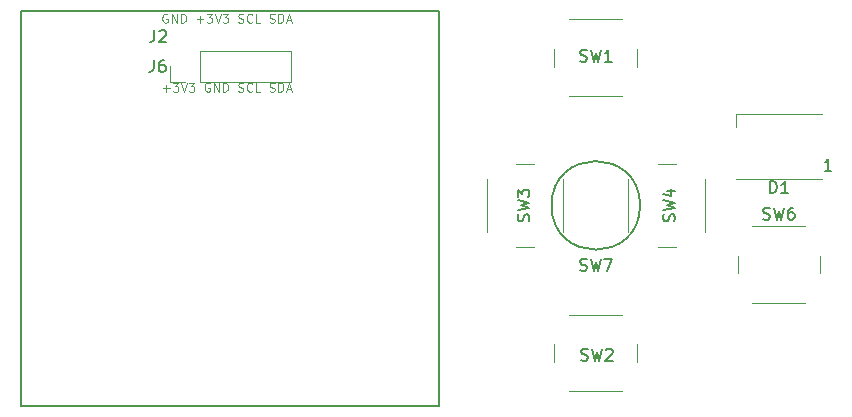
<source format=gbr>
G04 #@! TF.GenerationSoftware,KiCad,Pcbnew,(5.1.5)-3*
G04 #@! TF.CreationDate,2020-02-27T20:47:59-05:00*
G04 #@! TF.ProjectId,V-Naught_Display,562d4e61-7567-4687-945f-446973706c61,rev?*
G04 #@! TF.SameCoordinates,Original*
G04 #@! TF.FileFunction,Legend,Top*
G04 #@! TF.FilePolarity,Positive*
%FSLAX46Y46*%
G04 Gerber Fmt 4.6, Leading zero omitted, Abs format (unit mm)*
G04 Created by KiCad (PCBNEW (5.1.5)-3) date 2020-02-27 20:47:59*
%MOMM*%
%LPD*%
G04 APERTURE LIST*
%ADD10C,0.100000*%
%ADD11C,0.120000*%
%ADD12C,0.150000*%
G04 APERTURE END LIST*
D10*
X107759285Y-57243571D02*
X108330714Y-57243571D01*
X108045000Y-57529285D02*
X108045000Y-56957857D01*
X108616428Y-56779285D02*
X109080714Y-56779285D01*
X108830714Y-57065000D01*
X108937857Y-57065000D01*
X109009285Y-57100714D01*
X109045000Y-57136428D01*
X109080714Y-57207857D01*
X109080714Y-57386428D01*
X109045000Y-57457857D01*
X109009285Y-57493571D01*
X108937857Y-57529285D01*
X108723571Y-57529285D01*
X108652142Y-57493571D01*
X108616428Y-57457857D01*
X109295000Y-56779285D02*
X109545000Y-57529285D01*
X109795000Y-56779285D01*
X109973571Y-56779285D02*
X110437857Y-56779285D01*
X110187857Y-57065000D01*
X110295000Y-57065000D01*
X110366428Y-57100714D01*
X110402142Y-57136428D01*
X110437857Y-57207857D01*
X110437857Y-57386428D01*
X110402142Y-57457857D01*
X110366428Y-57493571D01*
X110295000Y-57529285D01*
X110080714Y-57529285D01*
X110009285Y-57493571D01*
X109973571Y-57457857D01*
X111723571Y-56815000D02*
X111652142Y-56779285D01*
X111545000Y-56779285D01*
X111437857Y-56815000D01*
X111366428Y-56886428D01*
X111330714Y-56957857D01*
X111295000Y-57100714D01*
X111295000Y-57207857D01*
X111330714Y-57350714D01*
X111366428Y-57422142D01*
X111437857Y-57493571D01*
X111545000Y-57529285D01*
X111616428Y-57529285D01*
X111723571Y-57493571D01*
X111759285Y-57457857D01*
X111759285Y-57207857D01*
X111616428Y-57207857D01*
X112080714Y-57529285D02*
X112080714Y-56779285D01*
X112509285Y-57529285D01*
X112509285Y-56779285D01*
X112866428Y-57529285D02*
X112866428Y-56779285D01*
X113045000Y-56779285D01*
X113152142Y-56815000D01*
X113223571Y-56886428D01*
X113259285Y-56957857D01*
X113295000Y-57100714D01*
X113295000Y-57207857D01*
X113259285Y-57350714D01*
X113223571Y-57422142D01*
X113152142Y-57493571D01*
X113045000Y-57529285D01*
X112866428Y-57529285D01*
X114152142Y-57493571D02*
X114259285Y-57529285D01*
X114437857Y-57529285D01*
X114509285Y-57493571D01*
X114545000Y-57457857D01*
X114580714Y-57386428D01*
X114580714Y-57315000D01*
X114545000Y-57243571D01*
X114509285Y-57207857D01*
X114437857Y-57172142D01*
X114295000Y-57136428D01*
X114223571Y-57100714D01*
X114187857Y-57065000D01*
X114152142Y-56993571D01*
X114152142Y-56922142D01*
X114187857Y-56850714D01*
X114223571Y-56815000D01*
X114295000Y-56779285D01*
X114473571Y-56779285D01*
X114580714Y-56815000D01*
X115330714Y-57457857D02*
X115295000Y-57493571D01*
X115187857Y-57529285D01*
X115116428Y-57529285D01*
X115009285Y-57493571D01*
X114937857Y-57422142D01*
X114902142Y-57350714D01*
X114866428Y-57207857D01*
X114866428Y-57100714D01*
X114902142Y-56957857D01*
X114937857Y-56886428D01*
X115009285Y-56815000D01*
X115116428Y-56779285D01*
X115187857Y-56779285D01*
X115295000Y-56815000D01*
X115330714Y-56850714D01*
X116009285Y-57529285D02*
X115652142Y-57529285D01*
X115652142Y-56779285D01*
X116795000Y-57493571D02*
X116902142Y-57529285D01*
X117080714Y-57529285D01*
X117152142Y-57493571D01*
X117187857Y-57457857D01*
X117223571Y-57386428D01*
X117223571Y-57315000D01*
X117187857Y-57243571D01*
X117152142Y-57207857D01*
X117080714Y-57172142D01*
X116937857Y-57136428D01*
X116866428Y-57100714D01*
X116830714Y-57065000D01*
X116795000Y-56993571D01*
X116795000Y-56922142D01*
X116830714Y-56850714D01*
X116866428Y-56815000D01*
X116937857Y-56779285D01*
X117116428Y-56779285D01*
X117223571Y-56815000D01*
X117545000Y-57529285D02*
X117545000Y-56779285D01*
X117723571Y-56779285D01*
X117830714Y-56815000D01*
X117902142Y-56886428D01*
X117937857Y-56957857D01*
X117973571Y-57100714D01*
X117973571Y-57207857D01*
X117937857Y-57350714D01*
X117902142Y-57422142D01*
X117830714Y-57493571D01*
X117723571Y-57529285D01*
X117545000Y-57529285D01*
X118259285Y-57315000D02*
X118616428Y-57315000D01*
X118187857Y-57529285D02*
X118437857Y-56779285D01*
X118687857Y-57529285D01*
X108152142Y-50973000D02*
X108080714Y-50937285D01*
X107973571Y-50937285D01*
X107866428Y-50973000D01*
X107795000Y-51044428D01*
X107759285Y-51115857D01*
X107723571Y-51258714D01*
X107723571Y-51365857D01*
X107759285Y-51508714D01*
X107795000Y-51580142D01*
X107866428Y-51651571D01*
X107973571Y-51687285D01*
X108045000Y-51687285D01*
X108152142Y-51651571D01*
X108187857Y-51615857D01*
X108187857Y-51365857D01*
X108045000Y-51365857D01*
X108509285Y-51687285D02*
X108509285Y-50937285D01*
X108937857Y-51687285D01*
X108937857Y-50937285D01*
X109295000Y-51687285D02*
X109295000Y-50937285D01*
X109473571Y-50937285D01*
X109580714Y-50973000D01*
X109652142Y-51044428D01*
X109687857Y-51115857D01*
X109723571Y-51258714D01*
X109723571Y-51365857D01*
X109687857Y-51508714D01*
X109652142Y-51580142D01*
X109580714Y-51651571D01*
X109473571Y-51687285D01*
X109295000Y-51687285D01*
X110616428Y-51401571D02*
X111187857Y-51401571D01*
X110902142Y-51687285D02*
X110902142Y-51115857D01*
X111473571Y-50937285D02*
X111937857Y-50937285D01*
X111687857Y-51223000D01*
X111795000Y-51223000D01*
X111866428Y-51258714D01*
X111902142Y-51294428D01*
X111937857Y-51365857D01*
X111937857Y-51544428D01*
X111902142Y-51615857D01*
X111866428Y-51651571D01*
X111795000Y-51687285D01*
X111580714Y-51687285D01*
X111509285Y-51651571D01*
X111473571Y-51615857D01*
X112152142Y-50937285D02*
X112402142Y-51687285D01*
X112652142Y-50937285D01*
X112830714Y-50937285D02*
X113295000Y-50937285D01*
X113045000Y-51223000D01*
X113152142Y-51223000D01*
X113223571Y-51258714D01*
X113259285Y-51294428D01*
X113295000Y-51365857D01*
X113295000Y-51544428D01*
X113259285Y-51615857D01*
X113223571Y-51651571D01*
X113152142Y-51687285D01*
X112937857Y-51687285D01*
X112866428Y-51651571D01*
X112830714Y-51615857D01*
X114152142Y-51651571D02*
X114259285Y-51687285D01*
X114437857Y-51687285D01*
X114509285Y-51651571D01*
X114545000Y-51615857D01*
X114580714Y-51544428D01*
X114580714Y-51473000D01*
X114545000Y-51401571D01*
X114509285Y-51365857D01*
X114437857Y-51330142D01*
X114295000Y-51294428D01*
X114223571Y-51258714D01*
X114187857Y-51223000D01*
X114152142Y-51151571D01*
X114152142Y-51080142D01*
X114187857Y-51008714D01*
X114223571Y-50973000D01*
X114295000Y-50937285D01*
X114473571Y-50937285D01*
X114580714Y-50973000D01*
X115330714Y-51615857D02*
X115295000Y-51651571D01*
X115187857Y-51687285D01*
X115116428Y-51687285D01*
X115009285Y-51651571D01*
X114937857Y-51580142D01*
X114902142Y-51508714D01*
X114866428Y-51365857D01*
X114866428Y-51258714D01*
X114902142Y-51115857D01*
X114937857Y-51044428D01*
X115009285Y-50973000D01*
X115116428Y-50937285D01*
X115187857Y-50937285D01*
X115295000Y-50973000D01*
X115330714Y-51008714D01*
X116009285Y-51687285D02*
X115652142Y-51687285D01*
X115652142Y-50937285D01*
X116795000Y-51651571D02*
X116902142Y-51687285D01*
X117080714Y-51687285D01*
X117152142Y-51651571D01*
X117187857Y-51615857D01*
X117223571Y-51544428D01*
X117223571Y-51473000D01*
X117187857Y-51401571D01*
X117152142Y-51365857D01*
X117080714Y-51330142D01*
X116937857Y-51294428D01*
X116866428Y-51258714D01*
X116830714Y-51223000D01*
X116795000Y-51151571D01*
X116795000Y-51080142D01*
X116830714Y-51008714D01*
X116866428Y-50973000D01*
X116937857Y-50937285D01*
X117116428Y-50937285D01*
X117223571Y-50973000D01*
X117545000Y-51687285D02*
X117545000Y-50937285D01*
X117723571Y-50937285D01*
X117830714Y-50973000D01*
X117902142Y-51044428D01*
X117937857Y-51115857D01*
X117973571Y-51258714D01*
X117973571Y-51365857D01*
X117937857Y-51508714D01*
X117902142Y-51580142D01*
X117830714Y-51651571D01*
X117723571Y-51687285D01*
X117545000Y-51687285D01*
X118259285Y-51473000D02*
X118616428Y-51473000D01*
X118187857Y-51687285D02*
X118437857Y-50937285D01*
X118687857Y-51687285D01*
D11*
X108330000Y-56720000D02*
X108330000Y-55390000D01*
X109660000Y-56720000D02*
X108330000Y-56720000D01*
X110930000Y-56720000D02*
X110930000Y-54060000D01*
X110930000Y-54060000D02*
X118610000Y-54060000D01*
X110930000Y-56720000D02*
X118610000Y-56720000D01*
X118610000Y-56720000D02*
X118610000Y-54060000D01*
D12*
X131170000Y-50650000D02*
X131170000Y-84150000D01*
X95770000Y-50650000D02*
X95770000Y-84150000D01*
X95770000Y-50650000D02*
X131170000Y-50650000D01*
X95770000Y-84150000D02*
X131170000Y-84150000D01*
X148170000Y-67150000D02*
G75*
G03X148170000Y-67150000I-3750000J0D01*
G01*
D11*
X163420000Y-72900000D02*
X163420000Y-71400000D01*
X162170000Y-68900000D02*
X157670000Y-68900000D01*
X156420000Y-71400000D02*
X156420000Y-72900000D01*
X157670000Y-75400000D02*
X162170000Y-75400000D01*
X156270000Y-59400000D02*
X156270000Y-60550000D01*
X163570000Y-59400000D02*
X156270000Y-59400000D01*
X163570000Y-64900000D02*
X156270000Y-64900000D01*
X142170000Y-82900000D02*
X146670000Y-82900000D01*
X140920000Y-78900000D02*
X140920000Y-80400000D01*
X146670000Y-76400000D02*
X142170000Y-76400000D01*
X147920000Y-80400000D02*
X147920000Y-78900000D01*
X140920000Y-53900000D02*
X140920000Y-55400000D01*
X142170000Y-57900000D02*
X146670000Y-57900000D01*
X147920000Y-55400000D02*
X147920000Y-53900000D01*
X146670000Y-51400000D02*
X142170000Y-51400000D01*
X153670000Y-69400000D02*
X153670000Y-64900000D01*
X149670000Y-70650000D02*
X151170000Y-70650000D01*
X147170000Y-64900000D02*
X147170000Y-69400000D01*
X151170000Y-63650000D02*
X149670000Y-63650000D01*
X137670000Y-70650000D02*
X139170000Y-70650000D01*
X141670000Y-69400000D02*
X141670000Y-64900000D01*
X139170000Y-63650000D02*
X137670000Y-63650000D01*
X135170000Y-64900000D02*
X135170000Y-69400000D01*
D12*
X106996666Y-54842380D02*
X106996666Y-55556666D01*
X106949047Y-55699523D01*
X106853809Y-55794761D01*
X106710952Y-55842380D01*
X106615714Y-55842380D01*
X107901428Y-54842380D02*
X107710952Y-54842380D01*
X107615714Y-54890000D01*
X107568095Y-54937619D01*
X107472857Y-55080476D01*
X107425238Y-55270952D01*
X107425238Y-55651904D01*
X107472857Y-55747142D01*
X107520476Y-55794761D01*
X107615714Y-55842380D01*
X107806190Y-55842380D01*
X107901428Y-55794761D01*
X107949047Y-55747142D01*
X107996666Y-55651904D01*
X107996666Y-55413809D01*
X107949047Y-55318571D01*
X107901428Y-55270952D01*
X107806190Y-55223333D01*
X107615714Y-55223333D01*
X107520476Y-55270952D01*
X107472857Y-55318571D01*
X107425238Y-55413809D01*
X107040666Y-52302380D02*
X107040666Y-53016666D01*
X106993047Y-53159523D01*
X106897809Y-53254761D01*
X106754952Y-53302380D01*
X106659714Y-53302380D01*
X107469238Y-52397619D02*
X107516857Y-52350000D01*
X107612095Y-52302380D01*
X107850190Y-52302380D01*
X107945428Y-52350000D01*
X107993047Y-52397619D01*
X108040666Y-52492857D01*
X108040666Y-52588095D01*
X107993047Y-52730952D01*
X107421619Y-53302380D01*
X108040666Y-53302380D01*
X143086666Y-72634761D02*
X143229523Y-72682380D01*
X143467619Y-72682380D01*
X143562857Y-72634761D01*
X143610476Y-72587142D01*
X143658095Y-72491904D01*
X143658095Y-72396666D01*
X143610476Y-72301428D01*
X143562857Y-72253809D01*
X143467619Y-72206190D01*
X143277142Y-72158571D01*
X143181904Y-72110952D01*
X143134285Y-72063333D01*
X143086666Y-71968095D01*
X143086666Y-71872857D01*
X143134285Y-71777619D01*
X143181904Y-71730000D01*
X143277142Y-71682380D01*
X143515238Y-71682380D01*
X143658095Y-71730000D01*
X143991428Y-71682380D02*
X144229523Y-72682380D01*
X144420000Y-71968095D01*
X144610476Y-72682380D01*
X144848571Y-71682380D01*
X145134285Y-71682380D02*
X145800952Y-71682380D01*
X145372380Y-72682380D01*
X158586666Y-68304761D02*
X158729523Y-68352380D01*
X158967619Y-68352380D01*
X159062857Y-68304761D01*
X159110476Y-68257142D01*
X159158095Y-68161904D01*
X159158095Y-68066666D01*
X159110476Y-67971428D01*
X159062857Y-67923809D01*
X158967619Y-67876190D01*
X158777142Y-67828571D01*
X158681904Y-67780952D01*
X158634285Y-67733333D01*
X158586666Y-67638095D01*
X158586666Y-67542857D01*
X158634285Y-67447619D01*
X158681904Y-67400000D01*
X158777142Y-67352380D01*
X159015238Y-67352380D01*
X159158095Y-67400000D01*
X159491428Y-67352380D02*
X159729523Y-68352380D01*
X159920000Y-67638095D01*
X160110476Y-68352380D01*
X160348571Y-67352380D01*
X161158095Y-67352380D02*
X160967619Y-67352380D01*
X160872380Y-67400000D01*
X160824761Y-67447619D01*
X160729523Y-67590476D01*
X160681904Y-67780952D01*
X160681904Y-68161904D01*
X160729523Y-68257142D01*
X160777142Y-68304761D01*
X160872380Y-68352380D01*
X161062857Y-68352380D01*
X161158095Y-68304761D01*
X161205714Y-68257142D01*
X161253333Y-68161904D01*
X161253333Y-67923809D01*
X161205714Y-67828571D01*
X161158095Y-67780952D01*
X161062857Y-67733333D01*
X160872380Y-67733333D01*
X160777142Y-67780952D01*
X160729523Y-67828571D01*
X160681904Y-67923809D01*
X159181904Y-66102380D02*
X159181904Y-65102380D01*
X159420000Y-65102380D01*
X159562857Y-65150000D01*
X159658095Y-65245238D01*
X159705714Y-65340476D01*
X159753333Y-65530952D01*
X159753333Y-65673809D01*
X159705714Y-65864285D01*
X159658095Y-65959523D01*
X159562857Y-66054761D01*
X159420000Y-66102380D01*
X159181904Y-66102380D01*
X160705714Y-66102380D02*
X160134285Y-66102380D01*
X160420000Y-66102380D02*
X160420000Y-65102380D01*
X160324761Y-65245238D01*
X160229523Y-65340476D01*
X160134285Y-65388095D01*
X164355714Y-64202380D02*
X163784285Y-64202380D01*
X164070000Y-64202380D02*
X164070000Y-63202380D01*
X163974761Y-63345238D01*
X163879523Y-63440476D01*
X163784285Y-63488095D01*
X143176666Y-80244761D02*
X143319523Y-80292380D01*
X143557619Y-80292380D01*
X143652857Y-80244761D01*
X143700476Y-80197142D01*
X143748095Y-80101904D01*
X143748095Y-80006666D01*
X143700476Y-79911428D01*
X143652857Y-79863809D01*
X143557619Y-79816190D01*
X143367142Y-79768571D01*
X143271904Y-79720952D01*
X143224285Y-79673333D01*
X143176666Y-79578095D01*
X143176666Y-79482857D01*
X143224285Y-79387619D01*
X143271904Y-79340000D01*
X143367142Y-79292380D01*
X143605238Y-79292380D01*
X143748095Y-79340000D01*
X144081428Y-79292380D02*
X144319523Y-80292380D01*
X144510000Y-79578095D01*
X144700476Y-80292380D01*
X144938571Y-79292380D01*
X145271904Y-79387619D02*
X145319523Y-79340000D01*
X145414761Y-79292380D01*
X145652857Y-79292380D01*
X145748095Y-79340000D01*
X145795714Y-79387619D01*
X145843333Y-79482857D01*
X145843333Y-79578095D01*
X145795714Y-79720952D01*
X145224285Y-80292380D01*
X145843333Y-80292380D01*
X143086666Y-54924761D02*
X143229523Y-54972380D01*
X143467619Y-54972380D01*
X143562857Y-54924761D01*
X143610476Y-54877142D01*
X143658095Y-54781904D01*
X143658095Y-54686666D01*
X143610476Y-54591428D01*
X143562857Y-54543809D01*
X143467619Y-54496190D01*
X143277142Y-54448571D01*
X143181904Y-54400952D01*
X143134285Y-54353333D01*
X143086666Y-54258095D01*
X143086666Y-54162857D01*
X143134285Y-54067619D01*
X143181904Y-54020000D01*
X143277142Y-53972380D01*
X143515238Y-53972380D01*
X143658095Y-54020000D01*
X143991428Y-53972380D02*
X144229523Y-54972380D01*
X144420000Y-54258095D01*
X144610476Y-54972380D01*
X144848571Y-53972380D01*
X145753333Y-54972380D02*
X145181904Y-54972380D01*
X145467619Y-54972380D02*
X145467619Y-53972380D01*
X145372380Y-54115238D01*
X145277142Y-54210476D01*
X145181904Y-54258095D01*
X151074761Y-68483333D02*
X151122380Y-68340476D01*
X151122380Y-68102380D01*
X151074761Y-68007142D01*
X151027142Y-67959523D01*
X150931904Y-67911904D01*
X150836666Y-67911904D01*
X150741428Y-67959523D01*
X150693809Y-68007142D01*
X150646190Y-68102380D01*
X150598571Y-68292857D01*
X150550952Y-68388095D01*
X150503333Y-68435714D01*
X150408095Y-68483333D01*
X150312857Y-68483333D01*
X150217619Y-68435714D01*
X150170000Y-68388095D01*
X150122380Y-68292857D01*
X150122380Y-68054761D01*
X150170000Y-67911904D01*
X150122380Y-67578571D02*
X151122380Y-67340476D01*
X150408095Y-67150000D01*
X151122380Y-66959523D01*
X150122380Y-66721428D01*
X150455714Y-65911904D02*
X151122380Y-65911904D01*
X150074761Y-66150000D02*
X150789047Y-66388095D01*
X150789047Y-65769047D01*
X138754761Y-68483333D02*
X138802380Y-68340476D01*
X138802380Y-68102380D01*
X138754761Y-68007142D01*
X138707142Y-67959523D01*
X138611904Y-67911904D01*
X138516666Y-67911904D01*
X138421428Y-67959523D01*
X138373809Y-68007142D01*
X138326190Y-68102380D01*
X138278571Y-68292857D01*
X138230952Y-68388095D01*
X138183333Y-68435714D01*
X138088095Y-68483333D01*
X137992857Y-68483333D01*
X137897619Y-68435714D01*
X137850000Y-68388095D01*
X137802380Y-68292857D01*
X137802380Y-68054761D01*
X137850000Y-67911904D01*
X137802380Y-67578571D02*
X138802380Y-67340476D01*
X138088095Y-67150000D01*
X138802380Y-66959523D01*
X137802380Y-66721428D01*
X137802380Y-66435714D02*
X137802380Y-65816666D01*
X138183333Y-66150000D01*
X138183333Y-66007142D01*
X138230952Y-65911904D01*
X138278571Y-65864285D01*
X138373809Y-65816666D01*
X138611904Y-65816666D01*
X138707142Y-65864285D01*
X138754761Y-65911904D01*
X138802380Y-66007142D01*
X138802380Y-66292857D01*
X138754761Y-66388095D01*
X138707142Y-66435714D01*
M02*

</source>
